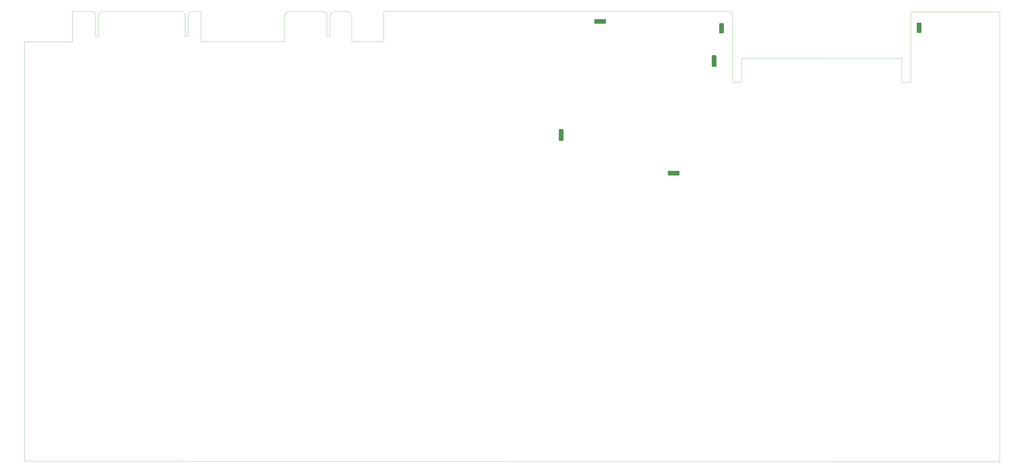
<source format=gbr>
%FSLAX34Y34*%
%MOMM*%
%LNOUTLINE*%
G71*
G01*
%ADD10C, 0.010*%
%ADD11C, 0.800*%
%LPD*%
G54D10*
X33000Y1873300D02*
X8200Y1873300D01*
X8200Y200000D01*
X3888900Y197700D01*
X3895800Y197700D01*
X3895900Y1992700D01*
X3545100Y1992500D01*
X3541600Y1992500D01*
X3541500Y1711100D01*
X3504800Y1711100D01*
X3504800Y1807100D01*
X3498500Y1807100D01*
X2869900Y1808100D01*
X2866800Y1808100D01*
X2866800Y1713900D01*
X2865200Y1712300D01*
X2832000Y1712300D01*
X2830000Y1714300D01*
X2830000Y1990000D01*
X2825200Y1994800D01*
X1442800Y1994800D01*
X1439800Y1991800D01*
X1439800Y1875400D01*
X1438200Y1873800D01*
X1313000Y1873800D01*
X1313000Y1980100D01*
X1298800Y1994300D01*
X1239000Y1994300D01*
X1226200Y1981500D01*
X1226200Y1895500D01*
X1225500Y1894800D01*
X1213900Y1894800D01*
X1213200Y1895500D01*
X1213200Y1983800D01*
X1202500Y1994500D01*
X1058200Y1994500D01*
X1044200Y1980500D01*
X1044200Y1873800D01*
X712000Y1873800D01*
X712000Y1994500D01*
X667900Y1994500D01*
X660800Y1983500D01*
X660800Y1896800D01*
X658800Y1894800D01*
X650000Y1894800D01*
X648500Y1896300D01*
X648400Y1984000D01*
X638500Y1994300D01*
X312000Y1994400D01*
X303900Y1984200D01*
X303800Y1896400D01*
X302000Y1893800D01*
X293800Y1893800D01*
X292200Y1896900D01*
X292200Y1984100D01*
X284000Y1994300D01*
X200000Y1994300D01*
X200000Y1873300D01*
X33000Y1873300D01*
G36*
X2751380Y1816318D02*
X2762635Y1816318D01*
X2762635Y1777298D01*
X2751380Y1777298D01*
X2751380Y1816318D01*
G37*
G54D11*
X2751380Y1816318D02*
X2762635Y1816318D01*
X2762635Y1777298D01*
X2751380Y1777298D01*
X2751380Y1816318D01*
G36*
X2141968Y1521418D02*
X2153223Y1521418D01*
X2153223Y1482398D01*
X2141968Y1482398D01*
X2141968Y1521418D01*
G37*
G54D11*
X2141968Y1521418D02*
X2153223Y1521418D01*
X2153223Y1482398D01*
X2141968Y1482398D01*
X2141968Y1521418D01*
G36*
X2322518Y1960505D02*
X2322518Y1949251D01*
X2283498Y1949251D01*
X2283498Y1960505D01*
X2322518Y1960505D01*
G37*
G54D11*
X2322518Y1960505D02*
X2322518Y1949251D01*
X2283498Y1949251D01*
X2283498Y1960505D01*
X2322518Y1960505D01*
G36*
X2615043Y1355243D02*
X2615043Y1343988D01*
X2576023Y1343988D01*
X2576023Y1355243D01*
X2615043Y1355243D01*
G37*
G54D11*
X2615043Y1355243D02*
X2615043Y1343988D01*
X2576023Y1343988D01*
X2576023Y1355243D01*
X2615043Y1355243D01*
G36*
X3579477Y1945729D02*
X3568222Y1945729D01*
X3568222Y1913059D01*
X3579477Y1913059D01*
X3579477Y1945729D01*
G37*
G54D11*
X3579477Y1945729D02*
X3568222Y1945729D01*
X3568222Y1913059D01*
X3579477Y1913059D01*
X3579477Y1945729D01*
G36*
X2792077Y1944142D02*
X2780823Y1944142D01*
X2780823Y1911472D01*
X2792077Y1911472D01*
X2792077Y1944142D01*
G37*
G54D11*
X2792077Y1944142D02*
X2780823Y1944142D01*
X2780823Y1911472D01*
X2792077Y1911472D01*
X2792077Y1944142D01*
M02*

</source>
